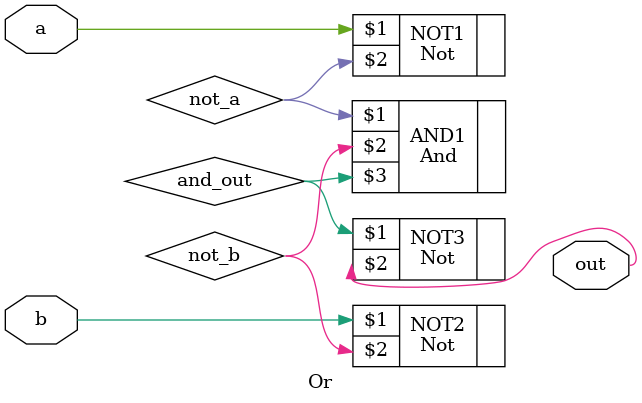
<source format=v>
 /**
 * Or gate:
 * out = 1 if (a == 1 or b == 1)
 *       0 otherwise
 */

`default_nettype none
module Or(
	input a,
	input b,
	output out
);

//noted that wires have to been declared first, noted!
	wire not_a;
	wire not_b;
	wire and_out;

	Not NOT1(a,not_a);
	Not NOT2(b,not_b);
	And AND1(not_a,not_b,and_out);
	Not NOT3(and_out, out);

endmodule

</source>
